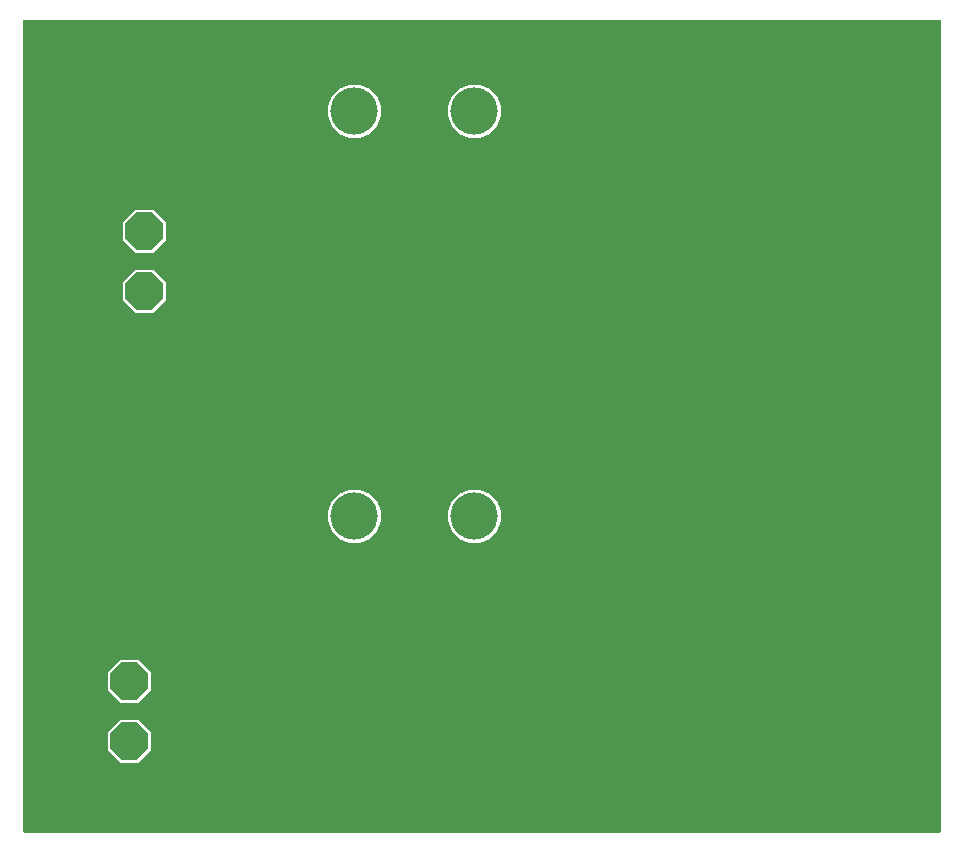
<source format=gbl>
G04 EAGLE Gerber RS-274X export*
G75*
%MOMM*%
%FSLAX34Y34*%
%LPD*%
%INBottom Copper*%
%IPPOS*%
%AMOC8*
5,1,8,0,0,1.08239X$1,22.5*%
G01*
%ADD10P,3.409096X8X22.500000*%
%ADD11C,4.000000*%

G36*
X774818Y113046D02*
X774818Y113046D01*
X774937Y113053D01*
X774975Y113066D01*
X775016Y113071D01*
X775126Y113114D01*
X775239Y113151D01*
X775274Y113173D01*
X775311Y113188D01*
X775407Y113258D01*
X775508Y113321D01*
X775536Y113351D01*
X775569Y113374D01*
X775645Y113466D01*
X775726Y113553D01*
X775746Y113588D01*
X775771Y113619D01*
X775822Y113727D01*
X775880Y113831D01*
X775890Y113871D01*
X775907Y113907D01*
X775929Y114024D01*
X775959Y114139D01*
X775963Y114200D01*
X775967Y114220D01*
X775965Y114240D01*
X775969Y114300D01*
X775969Y800100D01*
X775954Y800218D01*
X775947Y800337D01*
X775934Y800375D01*
X775929Y800416D01*
X775886Y800526D01*
X775849Y800639D01*
X775827Y800674D01*
X775812Y800711D01*
X775743Y800807D01*
X775679Y800908D01*
X775649Y800936D01*
X775626Y800969D01*
X775534Y801045D01*
X775447Y801126D01*
X775412Y801146D01*
X775381Y801171D01*
X775273Y801222D01*
X775169Y801280D01*
X775129Y801290D01*
X775093Y801307D01*
X774976Y801329D01*
X774861Y801359D01*
X774801Y801363D01*
X774781Y801367D01*
X774760Y801365D01*
X774700Y801369D01*
X0Y801369D01*
X-118Y801354D01*
X-237Y801347D01*
X-275Y801334D01*
X-316Y801329D01*
X-426Y801286D01*
X-539Y801249D01*
X-574Y801227D01*
X-611Y801212D01*
X-707Y801143D01*
X-808Y801079D01*
X-836Y801049D01*
X-869Y801026D01*
X-945Y800934D01*
X-1026Y800847D01*
X-1046Y800812D01*
X-1071Y800781D01*
X-1122Y800673D01*
X-1180Y800569D01*
X-1190Y800529D01*
X-1207Y800493D01*
X-1229Y800376D01*
X-1259Y800261D01*
X-1263Y800201D01*
X-1267Y800181D01*
X-1265Y800160D01*
X-1269Y800100D01*
X-1269Y114300D01*
X-1254Y114182D01*
X-1247Y114063D01*
X-1234Y114025D01*
X-1229Y113984D01*
X-1186Y113874D01*
X-1149Y113761D01*
X-1127Y113726D01*
X-1112Y113689D01*
X-1043Y113593D01*
X-979Y113492D01*
X-949Y113464D01*
X-926Y113431D01*
X-834Y113356D01*
X-747Y113274D01*
X-712Y113254D01*
X-681Y113229D01*
X-573Y113178D01*
X-469Y113120D01*
X-429Y113110D01*
X-393Y113093D01*
X-276Y113071D01*
X-161Y113041D01*
X-101Y113037D01*
X-81Y113033D01*
X-60Y113035D01*
X0Y113031D01*
X774700Y113031D01*
X774818Y113046D01*
G37*
%LPC*%
G36*
X376516Y701359D02*
X376516Y701359D01*
X368232Y704791D01*
X361891Y711132D01*
X358459Y719416D01*
X358459Y728384D01*
X361891Y736668D01*
X368232Y743009D01*
X376516Y746441D01*
X385484Y746441D01*
X393768Y743009D01*
X400109Y736668D01*
X403541Y728384D01*
X403541Y719416D01*
X400109Y711132D01*
X393768Y704791D01*
X385484Y701359D01*
X376516Y701359D01*
G37*
%LPD*%
%LPC*%
G36*
X274916Y701359D02*
X274916Y701359D01*
X266632Y704791D01*
X260291Y711132D01*
X256859Y719416D01*
X256859Y728384D01*
X260291Y736668D01*
X266632Y743009D01*
X274916Y746441D01*
X283884Y746441D01*
X292168Y743009D01*
X298509Y736668D01*
X301941Y728384D01*
X301941Y719416D01*
X298509Y711132D01*
X292168Y704791D01*
X283884Y701359D01*
X274916Y701359D01*
G37*
%LPD*%
%LPC*%
G36*
X274916Y358459D02*
X274916Y358459D01*
X266632Y361891D01*
X260291Y368232D01*
X256859Y376516D01*
X256859Y385484D01*
X260291Y393768D01*
X266632Y400109D01*
X274916Y403541D01*
X283884Y403541D01*
X292168Y400109D01*
X298509Y393768D01*
X301941Y385484D01*
X301941Y376516D01*
X298509Y368232D01*
X292168Y361891D01*
X283884Y358459D01*
X274916Y358459D01*
G37*
%LPD*%
%LPC*%
G36*
X376516Y358459D02*
X376516Y358459D01*
X368232Y361891D01*
X361891Y368232D01*
X358459Y376516D01*
X358459Y385484D01*
X361891Y393768D01*
X368232Y400109D01*
X376516Y403541D01*
X385484Y403541D01*
X393768Y400109D01*
X400109Y393768D01*
X403541Y385484D01*
X403541Y376516D01*
X400109Y368232D01*
X393768Y361891D01*
X385484Y358459D01*
X376516Y358459D01*
G37*
%LPD*%
%LPC*%
G36*
X94025Y553211D02*
X94025Y553211D01*
X83311Y563925D01*
X83311Y579075D01*
X94025Y589789D01*
X109175Y589789D01*
X119889Y579075D01*
X119889Y563925D01*
X109175Y553211D01*
X94025Y553211D01*
G37*
%LPD*%
%LPC*%
G36*
X94025Y604011D02*
X94025Y604011D01*
X83311Y614725D01*
X83311Y629875D01*
X94025Y640589D01*
X109175Y640589D01*
X119889Y629875D01*
X119889Y614725D01*
X109175Y604011D01*
X94025Y604011D01*
G37*
%LPD*%
%LPC*%
G36*
X81325Y223011D02*
X81325Y223011D01*
X70611Y233725D01*
X70611Y248875D01*
X81325Y259589D01*
X96475Y259589D01*
X107189Y248875D01*
X107189Y233725D01*
X96475Y223011D01*
X81325Y223011D01*
G37*
%LPD*%
%LPC*%
G36*
X81325Y172211D02*
X81325Y172211D01*
X70611Y182925D01*
X70611Y198075D01*
X81325Y208789D01*
X96475Y208789D01*
X107189Y198075D01*
X107189Y182925D01*
X96475Y172211D01*
X81325Y172211D01*
G37*
%LPD*%
D10*
X101600Y571500D03*
X101600Y622300D03*
X88900Y190500D03*
X88900Y241300D03*
D11*
X279400Y381000D03*
X381000Y381000D03*
X279400Y723900D03*
X381000Y723900D03*
M02*

</source>
